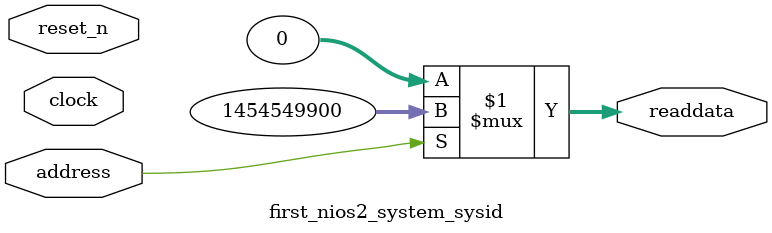
<source format=v>

`timescale 1ns / 1ps
// synthesis translate_on

// turn off superfluous verilog processor warnings 
// altera message_level Level1 
// altera message_off 10034 10035 10036 10037 10230 10240 10030 

module first_nios2_system_sysid (
               // inputs:
                address,
                clock,
                reset_n,

               // outputs:
                readdata
             )
;

  output  [ 31: 0] readdata;
  input            address;
  input            clock;
  input            reset_n;

  wire    [ 31: 0] readdata;
  //control_slave, which is an e_avalon_slave
  assign readdata = address ? 1454549900 : 0;

endmodule




</source>
